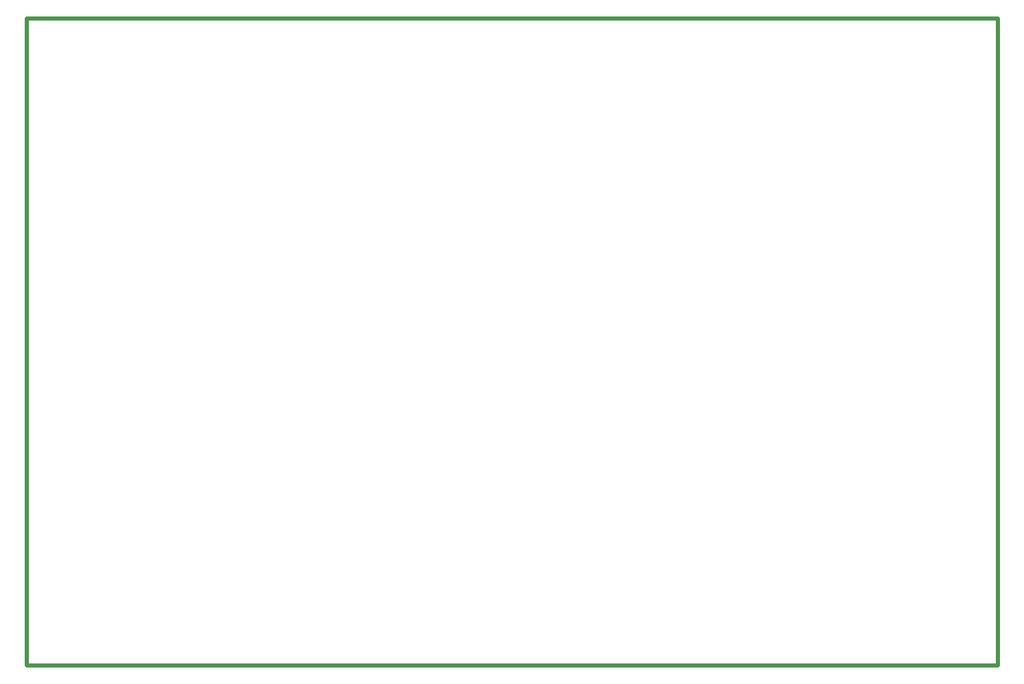
<source format=gm1>
%FSLAX25Y25*%
%MOIN*%
G70*
G01*
G75*
G04 Layer_Color=16711935*
%ADD10C,0.02000*%
%ADD11C,0.01000*%
%ADD12C,0.10000*%
%ADD13C,0.05118*%
%ADD14R,0.05118X0.05118*%
%ADD15R,0.05118X0.05118*%
%ADD16C,0.11811*%
%ADD17R,0.05000X0.05000*%
%ADD18C,0.05000*%
%ADD19R,0.04724X0.09843*%
%ADD20O,0.04724X0.09843*%
%ADD21R,0.05906X0.05906*%
%ADD22C,0.05906*%
%ADD23R,0.05906X0.05906*%
%ADD24R,0.04331X0.02559*%
%ADD25O,0.04331X0.02559*%
%ADD26R,0.05512X0.05906*%
%ADD27R,0.05512X0.04724*%
%ADD28R,0.04724X0.05512*%
%ADD29R,0.02559X0.04331*%
%ADD30O,0.02559X0.04331*%
%ADD31R,0.05906X0.05512*%
%ADD32O,0.01181X0.03937*%
%ADD33R,0.01181X0.03937*%
%ADD34R,0.04724X0.02992*%
%ADD35R,0.02992X0.04724*%
%ADD36C,0.01500*%
D10*
X0Y314500D02*
X471500D01*
X0Y0D02*
Y314500D01*
X471500Y0D02*
Y314500D01*
X0Y0D02*
X471500D01*
M02*

</source>
